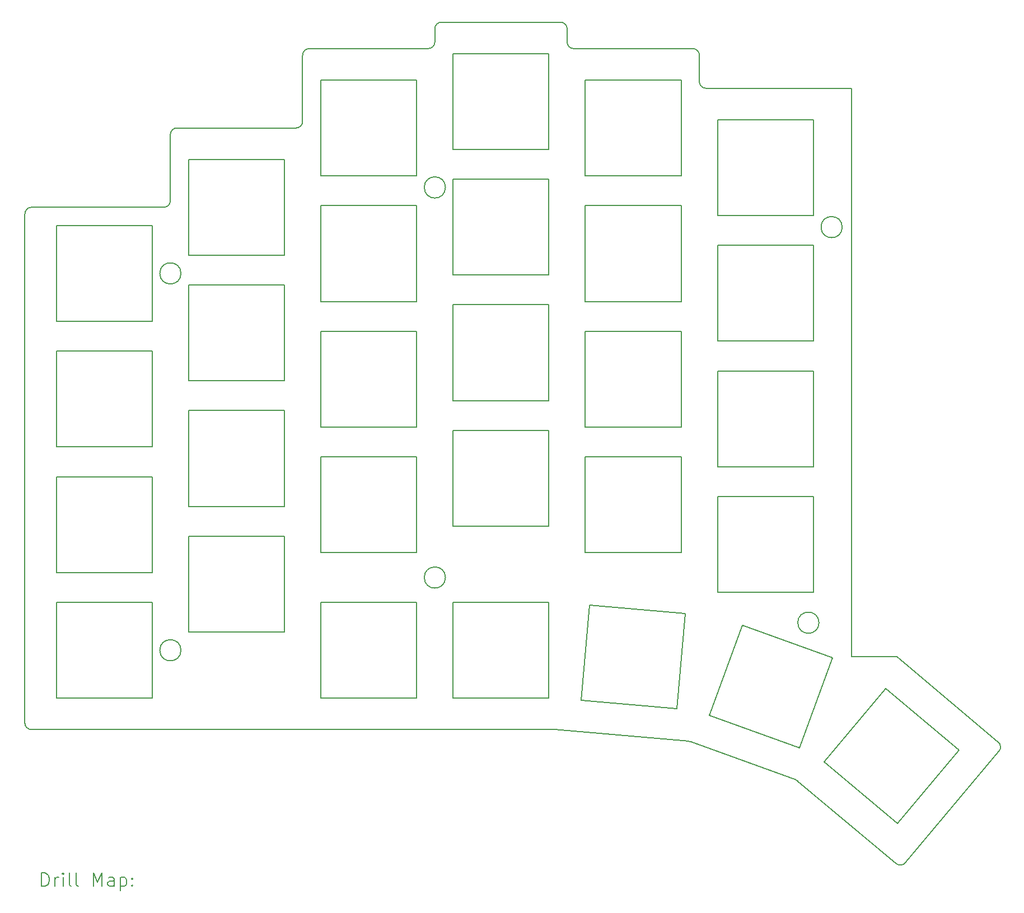
<source format=gbr>
%TF.GenerationSoftware,KiCad,Pcbnew,8.0.4*%
%TF.CreationDate,2024-08-10T13:49:16-06:00*%
%TF.ProjectId,spacer_plate,73706163-6572-45f7-906c-6174652e6b69,0.1*%
%TF.SameCoordinates,Original*%
%TF.FileFunction,Drillmap*%
%TF.FilePolarity,Positive*%
%FSLAX45Y45*%
G04 Gerber Fmt 4.5, Leading zero omitted, Abs format (unit mm)*
G04 Created by KiCad (PCBNEW 8.0.4) date 2024-08-10 13:49:16*
%MOMM*%
%LPD*%
G01*
G04 APERTURE LIST*
%ADD10C,0.150000*%
%ADD11C,0.200000*%
G04 APERTURE END LIST*
D10*
X2900000Y-13200000D02*
X10800236Y-13200000D01*
X2800000Y-13100000D02*
X2800000Y-5400000D01*
X2900000Y-5300000D02*
X4900000Y-5300000D01*
X5100000Y-4100000D02*
X6900000Y-4100000D01*
X5000000Y-5200000D02*
X5000000Y-4200000D01*
X7100000Y-2900000D02*
X8900000Y-2900000D01*
X7000000Y-4000000D02*
X7000000Y-3000000D01*
X9100000Y-2500000D02*
X10900000Y-2500000D01*
X11000000Y-2600000D02*
X11000000Y-2800000D01*
X9000000Y-2800000D02*
X9000000Y-2600000D01*
X11100000Y-2900000D02*
X12900000Y-2900000D01*
X13000000Y-3000000D02*
X13000000Y-3400000D01*
X13100000Y-3500000D02*
X15300000Y-3500000D01*
X10808951Y-13200380D02*
X12845705Y-13378573D01*
X12871191Y-13384224D02*
X14461346Y-13962992D01*
X15984237Y-12100000D02*
X17518926Y-13387757D01*
X16117119Y-15213938D02*
X17531251Y-13528640D01*
X14491423Y-13980357D02*
X15976235Y-15226263D01*
X2900000Y-13200000D02*
G75*
G02*
X2800000Y-13100000I0J100000D01*
G01*
X2800000Y-5400000D02*
G75*
G02*
X2900000Y-5300000I100000J0D01*
G01*
X5000000Y-5200000D02*
G75*
G02*
X4900000Y-5300000I-100000J0D01*
G01*
X5000000Y-4200000D02*
G75*
G02*
X5100000Y-4100000I100000J0D01*
G01*
X7000000Y-4000000D02*
G75*
G02*
X6900000Y-4100000I-100000J0D01*
G01*
X7000000Y-3000000D02*
G75*
G02*
X7100000Y-2900000I100000J0D01*
G01*
X9000000Y-2800000D02*
G75*
G02*
X8900000Y-2900000I-100000J0D01*
G01*
X9000000Y-2600000D02*
G75*
G02*
X9100000Y-2500000I100000J0D01*
G01*
X10900000Y-2500000D02*
G75*
G02*
X11000000Y-2600000I0J-100000D01*
G01*
X11100000Y-2900000D02*
G75*
G02*
X11000000Y-2800000I0J100000D01*
G01*
X12900000Y-2900000D02*
G75*
G02*
X13000000Y-3000000I0J-100000D01*
G01*
X13100000Y-3500000D02*
G75*
G02*
X13000000Y-3400000I0J100000D01*
G01*
X17518926Y-13387757D02*
G75*
G02*
X17531251Y-13528639I-64276J-76603D01*
G01*
X16117119Y-15213938D02*
G75*
G02*
X15976232Y-15226268I-76609J64278D01*
G01*
X14461346Y-13962992D02*
G75*
G02*
X14491422Y-13980358I-34206J-93968D01*
G01*
X12845705Y-13378573D02*
G75*
G02*
X12871191Y-13384223I-8715J-99627D01*
G01*
X10800236Y-13200000D02*
G75*
G02*
X10808951Y-13200381I-6J-100040D01*
G01*
X5160000Y-12000000D02*
G75*
G02*
X4840000Y-12000000I-160000J0D01*
G01*
X4840000Y-12000000D02*
G75*
G02*
X5160000Y-12000000I160000J0D01*
G01*
X5160000Y-6300000D02*
G75*
G02*
X4840000Y-6300000I-160000J0D01*
G01*
X4840000Y-6300000D02*
G75*
G02*
X5160000Y-6300000I160000J0D01*
G01*
X9160000Y-10900000D02*
G75*
G02*
X8840000Y-10900000I-160000J0D01*
G01*
X8840000Y-10900000D02*
G75*
G02*
X9160000Y-10900000I160000J0D01*
G01*
X9160000Y-5000000D02*
G75*
G02*
X8840000Y-5000000I-160000J0D01*
G01*
X8840000Y-5000000D02*
G75*
G02*
X9160000Y-5000000I160000J0D01*
G01*
X14808200Y-11583393D02*
G75*
G02*
X14488200Y-11583393I-160000J0D01*
G01*
X14488200Y-11583393D02*
G75*
G02*
X14808200Y-11583393I160000J0D01*
G01*
X15160000Y-5600000D02*
G75*
G02*
X14840000Y-5600000I-160000J0D01*
G01*
X14840000Y-5600000D02*
G75*
G02*
X15160000Y-5600000I160000J0D01*
G01*
X15300000Y-12100000D02*
X15984237Y-12100000D01*
X15300000Y-3500000D02*
X15300000Y-12100000D01*
X3275000Y-12725000D02*
X4725000Y-12725000D01*
X4725000Y-12725000D02*
X4725000Y-11275000D01*
X4725000Y-11275000D02*
X3275000Y-11275000D01*
X3275000Y-11275000D02*
X3275000Y-12725000D01*
X3275000Y-10825000D02*
X4725000Y-10825000D01*
X4725000Y-10825000D02*
X4725000Y-9375000D01*
X4725000Y-9375000D02*
X3275000Y-9375000D01*
X3275000Y-9375000D02*
X3275000Y-10825000D01*
X3275000Y-8925000D02*
X4725000Y-8925000D01*
X4725000Y-8925000D02*
X4725000Y-7475000D01*
X4725000Y-7475000D02*
X3275000Y-7475000D01*
X3275000Y-7475000D02*
X3275000Y-8925000D01*
X3275000Y-7025000D02*
X4725000Y-7025000D01*
X4725000Y-7025000D02*
X4725000Y-5575000D01*
X4725000Y-5575000D02*
X3275000Y-5575000D01*
X3275000Y-5575000D02*
X3275000Y-7025000D01*
X5275000Y-11725000D02*
X6725000Y-11725000D01*
X6725000Y-11725000D02*
X6725000Y-10275000D01*
X6725000Y-10275000D02*
X5275000Y-10275000D01*
X5275000Y-10275000D02*
X5275000Y-11725000D01*
X5275000Y-9825000D02*
X6725000Y-9825000D01*
X6725000Y-9825000D02*
X6725000Y-8375000D01*
X6725000Y-8375000D02*
X5275000Y-8375000D01*
X5275000Y-8375000D02*
X5275000Y-9825000D01*
X5275000Y-7925000D02*
X6725000Y-7925000D01*
X6725000Y-7925000D02*
X6725000Y-6475000D01*
X6725000Y-6475000D02*
X5275000Y-6475000D01*
X5275000Y-6475000D02*
X5275000Y-7925000D01*
X5275000Y-6025000D02*
X6725000Y-6025000D01*
X6725000Y-6025000D02*
X6725000Y-4575000D01*
X6725000Y-4575000D02*
X5275000Y-4575000D01*
X5275000Y-4575000D02*
X5275000Y-6025000D01*
X7275000Y-10525000D02*
X8725000Y-10525000D01*
X8725000Y-10525000D02*
X8725000Y-9075000D01*
X8725000Y-9075000D02*
X7275000Y-9075000D01*
X7275000Y-9075000D02*
X7275000Y-10525000D01*
X7275000Y-8625000D02*
X8725000Y-8625000D01*
X8725000Y-8625000D02*
X8725000Y-7175000D01*
X8725000Y-7175000D02*
X7275000Y-7175000D01*
X7275000Y-7175000D02*
X7275000Y-8625000D01*
X7275000Y-6725000D02*
X8725000Y-6725000D01*
X8725000Y-6725000D02*
X8725000Y-5275000D01*
X8725000Y-5275000D02*
X7275000Y-5275000D01*
X7275000Y-5275000D02*
X7275000Y-6725000D01*
X7275000Y-4825000D02*
X8725000Y-4825000D01*
X8725000Y-4825000D02*
X8725000Y-3375000D01*
X8725000Y-3375000D02*
X7275000Y-3375000D01*
X7275000Y-3375000D02*
X7275000Y-4825000D01*
X9275000Y-10125000D02*
X10725000Y-10125000D01*
X10725000Y-10125000D02*
X10725000Y-8675000D01*
X10725000Y-8675000D02*
X9275000Y-8675000D01*
X9275000Y-8675000D02*
X9275000Y-10125000D01*
X9275000Y-8225000D02*
X10725000Y-8225000D01*
X10725000Y-8225000D02*
X10725000Y-6775000D01*
X10725000Y-6775000D02*
X9275000Y-6775000D01*
X9275000Y-6775000D02*
X9275000Y-8225000D01*
X9275000Y-6325000D02*
X10725000Y-6325000D01*
X10725000Y-6325000D02*
X10725000Y-4875000D01*
X10725000Y-4875000D02*
X9275000Y-4875000D01*
X9275000Y-4875000D02*
X9275000Y-6325000D01*
X9275000Y-4425000D02*
X10725000Y-4425000D01*
X10725000Y-4425000D02*
X10725000Y-2975000D01*
X10725000Y-2975000D02*
X9275000Y-2975000D01*
X9275000Y-2975000D02*
X9275000Y-4425000D01*
X11275000Y-10525000D02*
X12725000Y-10525000D01*
X12725000Y-10525000D02*
X12725000Y-9075000D01*
X12725000Y-9075000D02*
X11275000Y-9075000D01*
X11275000Y-9075000D02*
X11275000Y-10525000D01*
X11275000Y-8625000D02*
X12725000Y-8625000D01*
X12725000Y-8625000D02*
X12725000Y-7175000D01*
X12725000Y-7175000D02*
X11275000Y-7175000D01*
X11275000Y-7175000D02*
X11275000Y-8625000D01*
X11275000Y-6725000D02*
X12725000Y-6725000D01*
X12725000Y-6725000D02*
X12725000Y-5275000D01*
X12725000Y-5275000D02*
X11275000Y-5275000D01*
X11275000Y-5275000D02*
X11275000Y-6725000D01*
X11275000Y-4825000D02*
X12725000Y-4825000D01*
X12725000Y-4825000D02*
X12725000Y-3375000D01*
X12725000Y-3375000D02*
X11275000Y-3375000D01*
X11275000Y-3375000D02*
X11275000Y-4825000D01*
X13275000Y-11125000D02*
X14725000Y-11125000D01*
X14725000Y-11125000D02*
X14725000Y-9675000D01*
X14725000Y-9675000D02*
X13275000Y-9675000D01*
X13275000Y-9675000D02*
X13275000Y-11125000D01*
X13275000Y-9225000D02*
X14725000Y-9225000D01*
X14725000Y-9225000D02*
X14725000Y-7775000D01*
X14725000Y-7775000D02*
X13275000Y-7775000D01*
X13275000Y-7775000D02*
X13275000Y-9225000D01*
X13275000Y-7325000D02*
X14725000Y-7325000D01*
X14725000Y-7325000D02*
X14725000Y-5875000D01*
X14725000Y-5875000D02*
X13275000Y-5875000D01*
X13275000Y-5875000D02*
X13275000Y-7325000D01*
X13275000Y-5425000D02*
X14725000Y-5425000D01*
X14725000Y-5425000D02*
X14725000Y-3975000D01*
X14725000Y-3975000D02*
X13275000Y-3975000D01*
X13275000Y-3975000D02*
X13275000Y-5425000D01*
X7275000Y-12725000D02*
X8725000Y-12725000D01*
X8725000Y-12725000D02*
X8725000Y-11275000D01*
X8725000Y-11275000D02*
X7275000Y-11275000D01*
X7275000Y-11275000D02*
X7275000Y-12725000D01*
X9275000Y-12725000D02*
X10725000Y-12725000D01*
X10725000Y-12725000D02*
X10725000Y-11275000D01*
X10725000Y-11275000D02*
X9275000Y-11275000D01*
X9275000Y-11275000D02*
X9275000Y-12725000D01*
X11214571Y-12759053D02*
X12659053Y-12885429D01*
X12659053Y-12885429D02*
X12785429Y-11440947D01*
X12785429Y-11440947D02*
X11340947Y-11314571D01*
X11340947Y-11314571D02*
X11214571Y-12759053D01*
X13154797Y-12981963D02*
X14517352Y-13477893D01*
X14517352Y-13477893D02*
X15013281Y-12115338D01*
X15013281Y-12115338D02*
X13650727Y-11619409D01*
X13650727Y-11619409D02*
X13154797Y-12981963D01*
X14883528Y-13689305D02*
X15994293Y-14621347D01*
X15994293Y-14621347D02*
X16926335Y-13510582D01*
X16926335Y-13510582D02*
X15815570Y-12578540D01*
X15815570Y-12578540D02*
X14883528Y-13689305D01*
D11*
X3053277Y-15568646D02*
X3053277Y-15368646D01*
X3053277Y-15368646D02*
X3100896Y-15368646D01*
X3100896Y-15368646D02*
X3129467Y-15378170D01*
X3129467Y-15378170D02*
X3148515Y-15397218D01*
X3148515Y-15397218D02*
X3158039Y-15416265D01*
X3158039Y-15416265D02*
X3167562Y-15454360D01*
X3167562Y-15454360D02*
X3167562Y-15482932D01*
X3167562Y-15482932D02*
X3158039Y-15521027D01*
X3158039Y-15521027D02*
X3148515Y-15540075D01*
X3148515Y-15540075D02*
X3129467Y-15559122D01*
X3129467Y-15559122D02*
X3100896Y-15568646D01*
X3100896Y-15568646D02*
X3053277Y-15568646D01*
X3253277Y-15568646D02*
X3253277Y-15435313D01*
X3253277Y-15473408D02*
X3262801Y-15454360D01*
X3262801Y-15454360D02*
X3272324Y-15444837D01*
X3272324Y-15444837D02*
X3291372Y-15435313D01*
X3291372Y-15435313D02*
X3310420Y-15435313D01*
X3377086Y-15568646D02*
X3377086Y-15435313D01*
X3377086Y-15368646D02*
X3367562Y-15378170D01*
X3367562Y-15378170D02*
X3377086Y-15387694D01*
X3377086Y-15387694D02*
X3386610Y-15378170D01*
X3386610Y-15378170D02*
X3377086Y-15368646D01*
X3377086Y-15368646D02*
X3377086Y-15387694D01*
X3500896Y-15568646D02*
X3481848Y-15559122D01*
X3481848Y-15559122D02*
X3472324Y-15540075D01*
X3472324Y-15540075D02*
X3472324Y-15368646D01*
X3605658Y-15568646D02*
X3586610Y-15559122D01*
X3586610Y-15559122D02*
X3577086Y-15540075D01*
X3577086Y-15540075D02*
X3577086Y-15368646D01*
X3834229Y-15568646D02*
X3834229Y-15368646D01*
X3834229Y-15368646D02*
X3900896Y-15511503D01*
X3900896Y-15511503D02*
X3967562Y-15368646D01*
X3967562Y-15368646D02*
X3967562Y-15568646D01*
X4148515Y-15568646D02*
X4148515Y-15463884D01*
X4148515Y-15463884D02*
X4138991Y-15444837D01*
X4138991Y-15444837D02*
X4119943Y-15435313D01*
X4119943Y-15435313D02*
X4081848Y-15435313D01*
X4081848Y-15435313D02*
X4062801Y-15444837D01*
X4148515Y-15559122D02*
X4129467Y-15568646D01*
X4129467Y-15568646D02*
X4081848Y-15568646D01*
X4081848Y-15568646D02*
X4062801Y-15559122D01*
X4062801Y-15559122D02*
X4053277Y-15540075D01*
X4053277Y-15540075D02*
X4053277Y-15521027D01*
X4053277Y-15521027D02*
X4062801Y-15501979D01*
X4062801Y-15501979D02*
X4081848Y-15492456D01*
X4081848Y-15492456D02*
X4129467Y-15492456D01*
X4129467Y-15492456D02*
X4148515Y-15482932D01*
X4243753Y-15435313D02*
X4243753Y-15635313D01*
X4243753Y-15444837D02*
X4262801Y-15435313D01*
X4262801Y-15435313D02*
X4300896Y-15435313D01*
X4300896Y-15435313D02*
X4319944Y-15444837D01*
X4319944Y-15444837D02*
X4329467Y-15454360D01*
X4329467Y-15454360D02*
X4338991Y-15473408D01*
X4338991Y-15473408D02*
X4338991Y-15530551D01*
X4338991Y-15530551D02*
X4329467Y-15549598D01*
X4329467Y-15549598D02*
X4319944Y-15559122D01*
X4319944Y-15559122D02*
X4300896Y-15568646D01*
X4300896Y-15568646D02*
X4262801Y-15568646D01*
X4262801Y-15568646D02*
X4243753Y-15559122D01*
X4424705Y-15549598D02*
X4434229Y-15559122D01*
X4434229Y-15559122D02*
X4424705Y-15568646D01*
X4424705Y-15568646D02*
X4415182Y-15559122D01*
X4415182Y-15559122D02*
X4424705Y-15549598D01*
X4424705Y-15549598D02*
X4424705Y-15568646D01*
X4424705Y-15444837D02*
X4434229Y-15454360D01*
X4434229Y-15454360D02*
X4424705Y-15463884D01*
X4424705Y-15463884D02*
X4415182Y-15454360D01*
X4415182Y-15454360D02*
X4424705Y-15444837D01*
X4424705Y-15444837D02*
X4424705Y-15463884D01*
M02*

</source>
